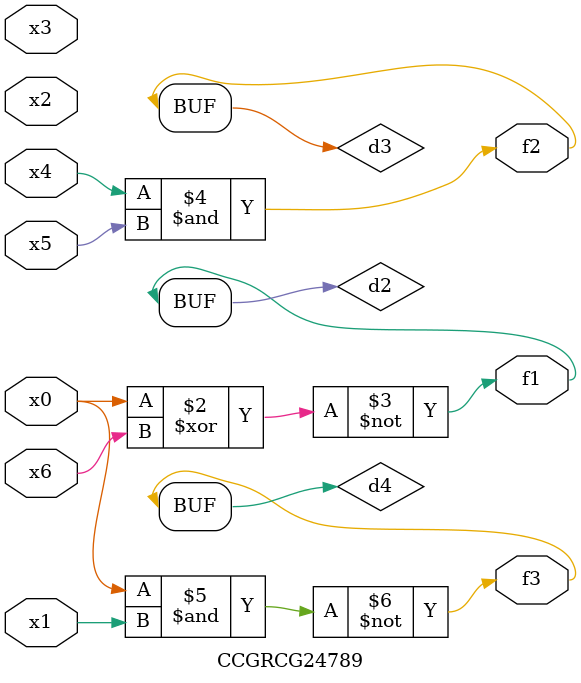
<source format=v>
module CCGRCG24789(
	input x0, x1, x2, x3, x4, x5, x6,
	output f1, f2, f3
);

	wire d1, d2, d3, d4;

	nor (d1, x0);
	xnor (d2, x0, x6);
	and (d3, x4, x5);
	nand (d4, x0, x1);
	assign f1 = d2;
	assign f2 = d3;
	assign f3 = d4;
endmodule

</source>
